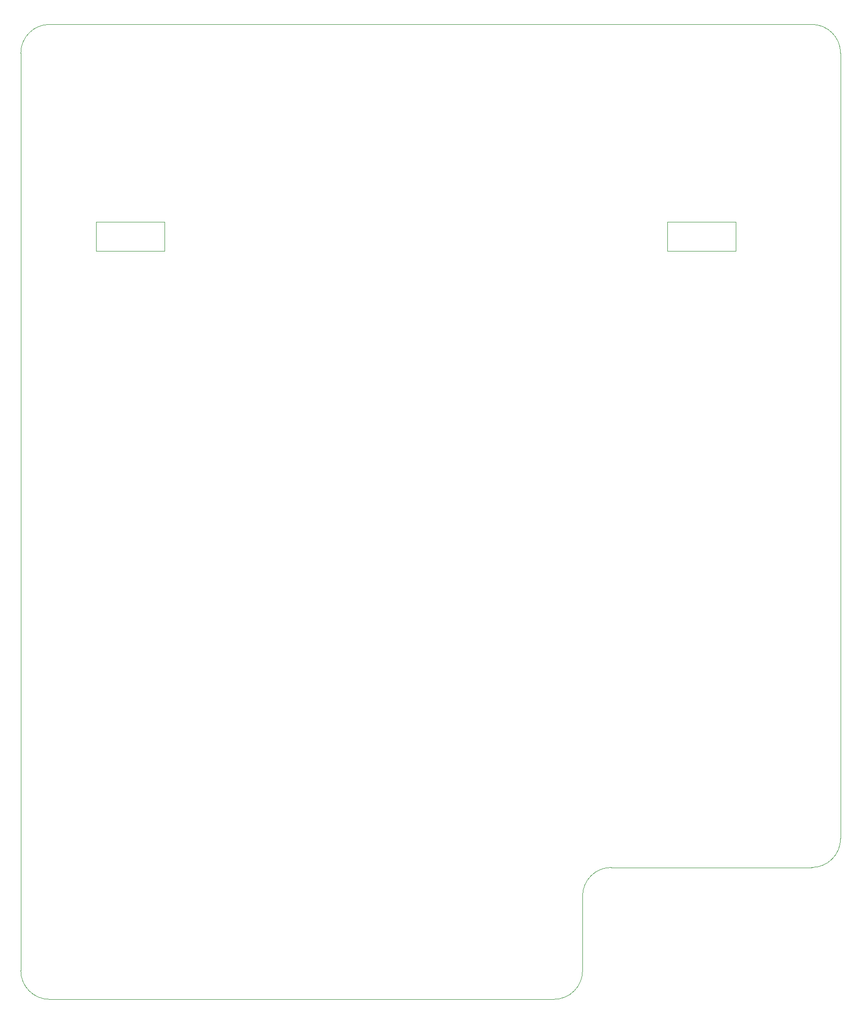
<source format=gbr>
%TF.GenerationSoftware,KiCad,Pcbnew,7.0.7*%
%TF.CreationDate,2023-12-20T01:36:47+05:30*%
%TF.ProjectId,Power Supply,506f7765-7220-4537-9570-706c792e6b69,rev?*%
%TF.SameCoordinates,Original*%
%TF.FileFunction,Profile,NP*%
%FSLAX46Y46*%
G04 Gerber Fmt 4.6, Leading zero omitted, Abs format (unit mm)*
G04 Created by KiCad (PCBNEW 7.0.7) date 2023-12-20 01:36:47*
%MOMM*%
%LPD*%
G01*
G04 APERTURE LIST*
%TA.AperFunction,Profile*%
%ADD10C,0.100000*%
%TD*%
%TA.AperFunction,Profile*%
%ADD11C,0.050000*%
%TD*%
G04 APERTURE END LIST*
D10*
X165000000Y-168000000D02*
X165000000Y-181000000D01*
X210000000Y-21000000D02*
X210000000Y-158000000D01*
X210000000Y-21000000D02*
G75*
G03*
X205000000Y-16000000I-5000000J0D01*
G01*
X205000000Y-163000000D02*
X173000000Y-163000000D01*
X67000000Y-181000000D02*
X67000000Y-21000000D01*
X173000000Y-163000000D02*
X170000000Y-163000000D01*
X170000000Y-163000000D02*
G75*
G03*
X165000000Y-168000000I0J-5000000D01*
G01*
X205000000Y-163000000D02*
G75*
G03*
X210000000Y-158000000I0J5000000D01*
G01*
X160000000Y-186000000D02*
X72000000Y-186000000D01*
X72000000Y-16000000D02*
X205000000Y-16000000D01*
X160000000Y-186000000D02*
G75*
G03*
X165000000Y-181000000I0J5000000D01*
G01*
X67000000Y-181000000D02*
G75*
G03*
X72000000Y-186000000I5000000J0D01*
G01*
X72000000Y-16000000D02*
G75*
G03*
X67000000Y-21000000I0J-5000000D01*
G01*
D11*
%TO.C,TR1*%
X179815000Y-50460000D02*
X191753000Y-50460000D01*
X191753000Y-50460000D02*
X191753000Y-55540000D01*
X191753000Y-55540000D02*
X179815000Y-55540000D01*
X179815000Y-55540000D02*
X179815000Y-50460000D01*
X80120000Y-50460000D02*
X92058000Y-50460000D01*
X92058000Y-50460000D02*
X92058000Y-55540000D01*
X92058000Y-55540000D02*
X80120000Y-55540000D01*
X80120000Y-55540000D02*
X80120000Y-50460000D01*
%TD*%
M02*

</source>
